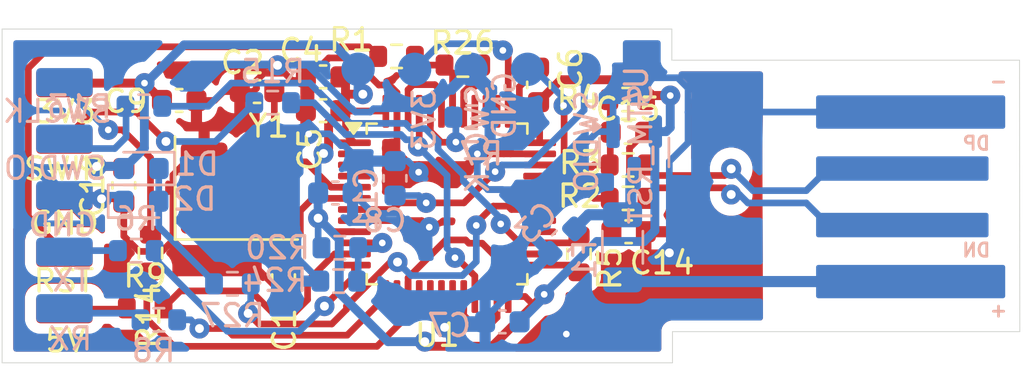
<source format=kicad_pcb>
(kicad_pcb (version 20241229) (generator "pcbnew") (generator_version "9.0")
  (layers (0 "F.Cu" signal "Front") (2 "B.Cu" signal "Back") (13 "F.Paste" user) (15 "B.Paste" user) (5 "F.SilkS" user "F.Silkscreen") (7 "B.SilkS" user "B.Silkscreen") (1 "F.Mask" user) (3 "B.Mask" user) (25 "Edge.Cuts" user))
  (net 0 "")
  (net 1 "/OSC_OUT")
  (net 2 "Earth")
  (net 3 "/OSC_IN?")
  (net 4 "+5V")
  (net 5 "+3V3")
  (net 6 "/STM_RST")
  (net 7 "/USB_N")
  (net 8 "/USB_P")
  (net 9 "Net-(D1-K)")
  (net 10 "/STLINK_RX")
  (net 11 "Net-(J2-Pin_2)")
  (net 12 "/STLINK_TX")
  (net 13 "Net-(J2-Pin_4)")
  (net 14 "Net-(J2-Pin_3)")
  (net 15 "/SWDIO")
  (net 16 "/SWCLK")
  (net 17 "/T_NRST")
  (net 18 "/T_SWDIO_IN")
  (net 19 "/T_JTMS")
  (net 20 "Net-(U1-BOOT0)")
  (net 21 "/T_JTCK")
  (net 22 "/T_SWIM")
  (net 23 "/AIN1")
  (net 24 "Net-(U1-PB5)")
  (net 25 "/LED_STLINK")
  (net 29 "Net-(U1-PB7)")
  (net 32 "/T_JTDI")
  (net 33 "/T_JTDO")
  (net 35 "/T_JRST")
  (net 38 "/T_SWO")
  (net 40 "/PB11")
  (net 42 "Net-(J1-Pin_1)")
  (net 43 "/D+")
  (net 44 "/D-")
  (net 45 "Net-(J2-Pin_10)")
  (net 46 "Net-(J2-Pin_8)")
  (net 47 "Net-(J2-Pin_7)")
  (net 48 "/Pin_navic")
  (net 49 "Net-(J2-Pin_9)")
  (footprint "Resistor_SMD:R_0603_1608Metric" (layer "F.Cu") (at 52.549239 32.799239 180)
    (property "Reference" "R4")
    (property "Value" "1K8")
  )
  (footprint "Capacitor_SMD:C_0603_1608Metric" (layer "F.Cu") (at 29.9 36.655 -90)
    (property "Reference" "C10")
    (property "Value" "100nF/6v")
  )
  (footprint "Capacitor_SMD:C_0603_1608Metric" (layer "F.Cu") (at 38.859239 31.779239 180)
    (property "Reference" "C4")
    (property "Value" "100nF/6v")
  )
  (footprint "Resistor_SMD:R_0603_1608Metric" (layer "F.Cu") (at 45.14 31.25)
    (property "Reference" "R26")
    (property "Value" "220R")
  )
  (footprint "Capacitor_SMD:C_0603_1608Metric" (layer "F.Cu") (at 32.39 32.84)
    (property "Reference" "C9")
    (property "Value" "4.7uF/6v")
  )
  (footprint "Capacitor_SMD:C_0603_1608Metric" (layer "F.Cu") (at 52.59 38.74)
    (property "Reference" "C14")
    (property "Value" "47pF/6v")
  )
  (footprint "Resistor_SMD:R_0603_1608Metric" (layer "F.Cu") (at 30.86 42.16)
    (property "Reference" "R9")
    (property "Value" "100R")
  )
  (footprint "Connector_IDC:Untitled" (layer "F.Cu") (at 30.73 36.56)
    (property "Reference" "J2" (hide yes))
    (property "Value" "Conn_02x05_Odd_Even" (hide yes))
  )
  (footprint "Resistor_SMD:R_0603_1608Metric" (layer "F.Cu") (at 31.1 39.7 90)
    (property "Reference" "R14")
    (property "Value" "100R")
  )
  (footprint "Capacitor_SMD:C_0603_1608Metric" (layer "F.Cu") (at 37.08 40.8 90)
    (property "Reference" "C1")
    (property "Value" "20pF/6v")
  )
  (footprint "Resistor_SMD:R_0603_1608Metric" (layer "F.Cu") (at 42.159239 30.859239)
    (property "Reference" "R1")
    (property "Value" "100R")
  )
  (footprint "Capacitor_SMD:C_0603_1608Metric" (layer "F.Cu") (at 35.89 32.44)
    (property "Reference" "C2")
    (property "Value" "20pF/6v")
  )
  (footprint "Resistor_SMD:R_0603_1608Metric" (layer "F.Cu") (at 50.36 39.74 -90)
    (property "Reference" "R5")
    (property "Value" "100R")
  )
  (footprint "Capacitor_SMD:C_0603_1608Metric" (layer "F.Cu") (at 38.859239 33.299239 180)
    (property "Reference" "C5")
    (property "Value" "100nF/6v")
  )
  (footprint "Resistor_SMD:R_0603_1608Metric" (layer "F.Cu") (at 52.565 37.24 180)
    (property "Reference" "R2")
    (property "Value" "22R")
  )
  (footprint "Crystal:Crystal_SMD_3225-4Pin_3.2x2.5mm_HandSoldering" (layer "F.Cu") (at 34.96 36.78)
    (property "Reference" "Y1")
    (property "Value" "Crystal_GND24")
  )
  (footprint "Capacitor_SMD:C_0603_1608Metric" (layer "F.Cu") (at 48.54 32.14 90)
    (property "Reference" "C6")
    (property "Value" "100nF/6v")
  )
  (footprint "Package_QFP:LQFP-48_7x7mm_P0.5mm" (layer "F.Cu") (at 44.4275 37.49)
    (property "Reference" "U1")
    (property "Value" "STM32F103CBTx")
  )
  (footprint "Capacitor_SMD:C_0603_1608Metric" (layer "F.Cu") (at 52.559239 34.269239)
    (property "Reference" "C15")
    (property "Value" "47pF/6v")
  )
  (footprint "Resistor_SMD:R_0603_1608Metric" (layer "F.Cu") (at 52.565 35.74 180)
    (property "Reference" "R3")
    (property "Value" "22R")
  )
  (footprint "Resistor_SMD:R_1206_3216Metric" (layer "B.Cu") (at 52.319239 39.44 90)
    (property "Reference" "F1")
    (property "Value" "500mA")
  )
  (footprint "LED_SMD:LED_0603_1608Metric" (layer "B.Cu") (at 30.69 35.9 180)
    (property "Reference" "D1")
    (property "Value" "LED")
  )
  (footprint "Connector_IDC:Untitled_3" (layer "B.Cu") (at 45.43 33.94 -90)
    (property "Reference" "J3" (hide yes))
    (property "Value" "Conn_01x05" (hide yes))
  )
  (footprint "Resistor_SMD:R_0603_1608Metric" (layer "B.Cu") (at 30.46 39.59 180)
    (property "Reference" "R6")
    (property "Value" "100R")
  )
  (footprint "Resistor_SMD:R_0603_1608Metric" (layer "B.Cu") (at 45.54 33.59)
    (property "Reference" "R7")
    (property "Value" "0")
  )
  (footprint "Resistor_SMD:R_0603_1608Metric" (layer "B.Cu") (at 34.78 41.08)
    (property "Reference" "R27")
    (property "Value" "1K")
  )
  (footprint "Connector_USB:USB_A_PCB_traces_small" (layer "B.Cu") (at 70.115 37.17 180)
    (property "Reference" "J1" (hide yes))
    (property "Value" "Conn_01x04_Pin" (hide yes))
  )
  (footprint "Capacitor_SMD:C_0603_1608Metric" (layer "B.Cu") (at 46.914239 42.789239 180)
    (property "Reference" "C7")
    (property "Value" "100nF/6v")
  )
  (footprint "Capacitor_SMD:C_0603_1608Metric" (layer "B.Cu") (at 42.09 36.34 -90)
    (property "Reference" "C11")
    (property "Value" "100nF/6v")
  )
  (footprint "Resistor_SMD:R_0603_1608Metric" (layer "B.Cu") (at 39.559239 40.959239)
    (property "Reference" "R24")
    (property "Value" "10k")
  )
  (footprint "Capacitor_SMD:C_0603_1608Metric" (layer "B.Cu") (at 49.609239 39.159239 -135)
    (property "Reference" "C3")
    (property "Value" "100nF/6v")
  )
  (footprint "Resistor_SMD:R_0603_1608Metric" (layer "B.Cu") (at 39.609239 39.459239)
    (property "Reference" "R20")
    (property "Value" "10k")
  )
  (footprint "Capacitor_SMD:C_0603_1608Metric" (layer "B.Cu") (at 39.409239 36.999239)
    (property "Reference" "C8")
    (property "Value" "100nF/6v")
  )
  (footprint "Resistor_SMD:R_0603_1608Metric" (layer "B.Cu") (at 31.475 42.7 180)
    (property "Reference" "R8")
    (property "Value" "100R")
  )
  (footprint "Resistor_SMD:R_0603_1608Metric" (layer "B.Cu") (at 36.59 32.94)
    (property "Reference" "R15")
    (property "Value" "100R")
  )
  (footprint "LED_SMD:LED_0603_1608Metric" (layer "B.Cu") (at 30.6825 37.37)
    (property "Reference" "D2")
    (property "Value" "LED")
  )
  (footprint "Package_TO_SOT_SMD:SOT-23" (layer "B.Cu") (at 52.84 35.1775 -90)
    (property "Reference" "U4")
    (property "Value" "MCP1700x-330xxTT")
  )
  (footprint "Resistor_SMD:R_0603_1608Metric" (layer "B.Cu") (at 30.8 33.1 180)
    (property "Reference" "R13")
    (property "Value" "100R")
  )
  (gr_line (start 54.560761 44.630761) (end 24.430761 44.630761) (stroke (width 0.0381)) (layer "Edge.Cuts"))
  (gr_line (start 54.530761 29.630761) (end 24.430761 29.630761) (stroke (width 0.0381)) (layer "Edge.Cuts"))
  (gr_line (start 70.160761 31.030761) (end 70.170761 43.230761) (stroke (width 0.0381)) (layer "Edge.Cuts"))
  (gr_line (start 70.170761 43.230761) (end 54.560761 43.230761) (stroke (width 0.0381)) (layer "Edge.Cuts"))
  (gr_line (start 24.430761 44.630761) (end 24.430761 29.630761) (stroke (width 0.0381)) (layer "Edge.Cuts"))
  (gr_line (start 70.160761 31.030761) (end 54.530761 31.030761) (stroke (width 0.0381)) (layer "Edge.Cuts"))
  (gr_line (start 54.530761 31.030761) (end 54.530761 29.630761) (stroke (width 0.0381)) (layer "Edge.Cuts"))
  (gr_line (start 54.560761 44.630761) (end 54.560761 43.230761) (stroke (width 0.0381)) (layer "Edge.Cuts"))
  (gr_text "SWIM" (at 25.32 36.5 0) (layer "F.SilkS") (effects (font (size 1 1) (thickness 0.14)) (justify left bottom)))
  (gr_text "5V" (at 26.280761 44.230761 0) (layer "F.SilkS") (effects (font (size 1 1) (thickness 0.14)) (justify left bottom)))
  (gr_text "3V3" (at 25.8 33.93 0) (layer "F.SilkS") (effects (font (size 1 1) (thickness 0.14)) (justify left bottom)))
  (gr_text "RST" (at 25.76 41.53 0) (layer "F.SilkS") (effects (font (size 1 1) (thickness 0.14)) (justify left bottom)))
  (gr_text "GND" (at 25.64 38.94 0) (layer "F.SilkS") (effects (font (size 1 1) (thickness 0.14)) (justify left bottom)))
  (gr_text "TX" (at 28.5 41.5 0) (layer "B.SilkS") (effects (font (size 1 1) (thickness 0.14)) (justify left bottom mirror)))
  (gr_text "GND" (at 47.59 31.45 90) (layer "B.SilkS") (effects (font (size 1 1) (thickness 0.14)) (justify left bottom mirror)))
  (gr_text "SWCLK" (at 46.380761 32.030761 90) (layer "B.SilkS") (effects (font (size 1 1) (thickness 0.14)) (justify left bottom mirror)))
  (gr_text "RX" (at 28.57 44.14 0) (layer "B.SilkS") (effects (font (size 1 1) (thickness 0.14)) (justify left bottom mirror)))
  (gr_text "STM_RST" (at 53.72 31.980761 90) (layer "B.SilkS") (effects (font (size 1 1) (thickness 0.14)) (justify left bottom mirror)))
  (gr_text "SWDIO" (at 29.22 36.47 0) (layer "B.SilkS") (effects (font (size 1 1) (thickness 0.14)) (justify left bottom mirror)))
  (gr_text "SWCLK" (at 29.46 33.91 0) (layer "B.SilkS") (effects (font (size 1 1) (thickness 0.14)) (justify left bottom mirror)))
  (gr_text "SWDIO" (at 51.280761 32.280761 90) (layer "B.SilkS") (effects (font (size 1 1) (thickness 0.14)) (justify left bottom mirror)))
  (gr_text "3V3" (at 43.980761 32.230761 90) (layer "B.SilkS") (effects (font (size 1 1) (thickness 0.14)) (justify left bottom mirror)))
  (gr_text "GND" (at 28.75 39.02 0) (layer "B.SilkS") (effects (font (size 1 1) (thickness 0.14)) (justify left bottom mirror)))
  (segment (start 37.46587 39.181) (end 37.833239 38.813631) (width 0.3) (layer "F.Cu") (net 1))
  (segment (start 37.02 40.155) (end 37.02 39.181) (width 0.3) (layer "F.Cu") (net 1))
  (segment (start 33.51 37.93) (end 34.761 39.181) (width 0.3) (layer "F.Cu") (net 1))
  (segment (start 38.392237 37.24) (end 40.265 37.24) (width 0.3) (layer "F.Cu") (net 1))
  (segment (start 34.761 39.181) (end 37.02 39.181) (width 0.3) (layer "F.Cu") (net 1))
  (segment (start 37.833239 38.813631) (end 37.833239 37.798998) (width 0.3) (layer "F.Cu") (net 1))
  (segment (start 37.02 39.181) (end 37.46587 39.181) (width 0.3) (layer "F.Cu") (net 1))
  (segment (start 37.833239 37.798998) (end 38.392237 37.24) (width 0.3) (layer "F.Cu") (net 1))
  (segment (start 45.309239 35.719239) (end 45.788478 35.24) (width 0.3) (layer "F.Cu") (net 2))
  (segment (start 37.08 41.575) (end 35.187 39.682) (width 0.3) (layer "F.Cu") (net 2))
  (segment (start 47.279239 34.708727) (end 47.6785 34.309466) (width 0.3) (layer "F.Cu") (net 2))
  (segment (start 33.98 32.84) (end 34.38 32.44) (width 0.3) (layer "F.Cu") (net 2))
  (segment (start 36.809239 31.259239) (end 36.809239 31.564) (width 0.3) (layer "F.Cu") (net 2))
  (segment (start 27.35 37.26) (end 27.23 37.14) (width 0.3) (layer "F.Cu") (net 2))
  (segment (start 42.769239 35.719239) (end 43.169239 35.719239) (width 0.3) (layer "F.Cu") (net 2))
  (segment (start 42.1775 32.485466) (end 42.1775 33.3275) (width 0.3) (layer "F.Cu") (net 2))
  (segment (start 54.419239 39.689239) (end 53.440761 39.689239) (width 0.3) (layer "F.Cu") (net 2))
  (segment (start 45.788478 35.24) (end 45.79 35.24) (width 0.3) (layer "F.Cu") (net 2))
  (segment (start 36.195178 31.614) (end 35.864 31.945178) (width 0.3) (layer "F.Cu") (net 2))
  (segment (start 36.759239 31.614) (end 36.195178 31.614) (width 0.3) (layer "F.Cu") (net 2))
  (segment (start 41.837014 32.14498) (end 42.1775 32.485466) (width 0.3) (layer "F.Cu") (net 2))
  (segment (start 33.51687 35.63) (end 33.51 35.63) (width 0.3) (layer "F.Cu") (net 2))
  (segment (start 41.360206 32.14498) (end 41.837014 32.14498) (width 0.3) (layer "F.Cu") (net 2))
  (segment (start 32.67 35.63) (end 33.51 35.63) (width 0.3) (layer "F.Cu") (net 2))
  (segment (start 46.6775 41.6525) (end 46.6775 42.590978) (width 0.3) (layer "F.Cu") (net 2))
  (segment (start 44.320392 43.037177) (end 44.33833 43.019239) (width 0.3) (layer "F.Cu") (net 2))
  (segment (start 33.51 34.10148) (end 33.165 33.75648) (width 0.3) (layer "F.Cu") (net 2))
  (segment (start 53.440761 39.689239) (end 53.365 39.765) (width 0.3) (layer "F.Cu") (net 2))
  (segment (start 29.59 37.26) (end 27.35 37.26) (width 0.3) (layer "F.Cu") (net 2))
  (segment (start 35.187 39.682) (end 32.665226 39.682) (width 0.3) (layer "F.Cu") (net 2))
  (segment (start 36.809239 31.564) (end 36.759239 31.614) (width 0.3) (layer "F.Cu") (net 2))
  (segment (start 42.1775 35.1275) (end 42.769239 35.719239) (width 0.3) (layer "F.Cu") (net 2))
  (segment (start 35.81687 37.93) (end 33.51687 35.63) (width 0.3) (layer "F.Cu") (net 2))
  (segment (start 40.144465 30.929239) (end 41.360206 32.14498) (width 0.3) (layer "F.Cu") (net 2))
  (segment (start 43.583239 38.533239) (end 43.29 38.24) (width 0.3) (layer "F.Cu") (net 2))
  (segment (start 43.150639 35.737839) (end 43.169239 35.719239) (width 0.3) (layer "F.Cu") (net 2))
  (segment (start 38.084239 31.959239) (end 39.114239 30.929239) (width 0.3) (layer "F.Cu") (net 2))
  (segment (start 38.315 33.44) (end 38.315 31.94) (width 0.3) (layer "F.Cu") (net 2))
  (segment (start 46.98 35.24) (end 48.59 35.24) (width 0.3) (layer "F.Cu") (net 2))
  (segment (start 38.209239 34.349239) (end 38.209239 33.545761) (width 0.3) (layer "F.Cu") (net 2))
  (segment (start 35.718478 32.44) (end 35.115 32.44) (width 0.3) (layer "F.Cu") (net 2))
  (segment (start 29.9 38.934774) (end 30.591226 39.626) (width 0.3) (layer "F.Cu") (net 2))
  (segment (start 52.629 38.004) (end 53.365 38.74) (width 0.3) (layer "F.Cu") (net 2))
  (segment (start 32.665226 39.682) (end 32.109 39.125774) (width 0.3) (layer "F.Cu") (net 2))
  (segment (start 53.09 40.04) (end 50.915 42.215) (width 0.3) (layer "F.Cu") (net 2))
  (segment (start 47.6785 32.2265) (end 48.54 31.365) (width 0.3) (layer "F.Cu") (net 2))
  (segment (start 36.41 37.93) (end 35.81687 37.93) (width 0.3) (layer "F.Cu") (net 2))
  (segment (start 42.1775 33.3275) (end 42.1775 35.1275) (width 0.3) (layer "F.Cu") (net 2))
  (segment (start 38.209239 33.545761) (end 38.315 33.44) (width 0.3) (layer "F.Cu") (net 2))
  (segment (start 43.150639 36.063383) (end 43.150639 35.737839) (width 0.3) (layer "F.Cu") (net 2))
  (segment (start 50.915 42.215) (end 49.79 43.34) (width 0.3) (layer "F.Cu") (net 2))
  (segment (start 29.9 37.43) (end 29.9 38.934774) (width 0.3) (layer "F.Cu") (net 2))
  (segment (start 34.38 32.44) (end 35.115 32.44) (width 0.3) (layer "F.Cu") (net 2))
  (segment (start 43.169239 35.719239) (end 45.309239 35.719239) (width 0.3) (layer "F.Cu") (net 2))
  (segment (start 30.591226 39.626) (end 31.608774 39.626) (width 0.3) (layer "F.Cu") (net 2))
  (segment (start 53.365 39.765) (end 53.365 38.74) (width 0.3) (layer "F.Cu") (net 2))
  (segment (start 28.9 37.26) (end 27.35 37.26) (width 0.3) (layer "F.Cu") (net 2))
  (segment (start 32.109 36.191) (end 32.67 35.63) (width 0.3) (layer "F.Cu") (net 2))
  (segment (start 32.109 39.125774) (end 32.109 36.191) (width 0.3) (layer "F.Cu") (net 2))
  (segment (start 37.460822 31.94) (end 37.134822 31.614) (width 0.3) (layer "F.Cu") (net 2))
  (segment (start 39.114239 30.929239) (end 40.144465 30.929239) (width 0.3) (layer "F.Cu") (net 2))
  (segment (start 53.334239 34.269239) (end 52.629 34.974478) (width 0.3) (layer "F.Cu") (net 2))
  (segment (start 52.629 34.974478) (end 52.629 38.004) (width 0.3) (layer "F.Cu") (net 2))
  (segment (start 33.51 35.63) (end 33.51 34.10148) (width 0.3) (layer "F.Cu") (net 2))
  (segment (start 33.165 32.84) (end 33.98 32.84) (width 0.3) (layer "F.Cu") (net 2))
  (segment (start 31.608774 39.626) (end 32.109 39.125774) (width 0.3) (layer "F.Cu") (net 2))
  (segment (start 33.165 32.84) (end 33.165 33.75648) (width 0.3) (layer "F.Cu") (net 2))
  (segment (start 45.702205 43.019239) (end 45.1775 42.494534) (width 0.3) (layer "F.Cu") (net 2))
  (segment (start 45.79 35.24) (end 46.98 35.24) (width 0.3) (layer "F.Cu") (net 2))
  (segment (start 53.09 40.04) (end 53.365 39.765) (width 0.3) (layer "F.Cu") (net 2))
  (segment (start 35.864 32.294478) (end 35.718478 32.44) (width 0.3) (layer "F.Cu") (net 2))
  (segment (start 43.29 38.24) (end 40.265 38.24) (width 0.3) (layer "F.Cu") (net 2))
  (segment (start 47.279239 35.24) (end 47.279239 34.708727) (width 0.3) (layer "F.Cu") (net 2))
  (segment (start 43.62924 38.533239) (end 43.583239 38.533239) (width 0.3) (layer "F.Cu") (net 2))
  (segment (start 45.1775 42.494534) (end 45.1775 41.6525) (width 0.3) (layer "F.Cu") (net 2))
  (segment (start 37.134822 31.614) (end 36.759239 31.614) (width 0.3) (layer "F.Cu") (net 2))
  (segment (start 46.249239 43.019239) (end 45.702205 43.019239) (width 0.3) (layer "F.Cu") (net 2))
  (segment (start 46.6775 42.590978) (end 46.249239 43.019239) (width 0.3) (layer "F.Cu") (net 2))
  (segment (start 47.6785 34.309466) (end 47.6785 32.2265) (width 0.3) (layer "F.Cu") (net 2))
  (segment (start 38.315 31.94) (end 37.460822 31.94) (width 0.3) (layer "F.Cu") (net 2))
  (segment (start 44.33833 43.019239) (end 45.702205 43.019239) (width 0.3) (layer "F.Cu") (net 2))
  (segment (start 35.864 31.945178) (end 35.864 32.294478) (width 0.3) (layer "F.Cu") (net 2))
  (via (at 44.320392 43.037177) (size 0.9) (drill 0.4) (layers "F.Cu" "B.Cu") (net 2))
  (via (at 43.150639 36.063383) (size 0.9) (drill 0.3) (layers "F.Cu" "B.Cu") (net 2))
  (via (at 45.79 35.24) (size 0.9) (drill 0.3) (layers "F.Cu" "B.Cu") (net 2))
  (via (at 49.79 43.34) (size 0.9) (drill 0.3) (layers "F.Cu" "B.Cu") (net 2))
  (via (at 36.809239 31.259239) (size 0.9) (drill 0.4) (layers "F.Cu" "B.Cu") (net 2))
  (via (at 28.9 37.26) (size 0.9) (drill 0.4) (layers "F.Cu" "B.Cu") (net 2))
  (via (at 38.209239 34.349239) (size 0.9) (drill 0.3) (layers "F.Cu" "B.Cu") (net 2))
  (via (at 54.419239 39.689239) (size 0.9) (drill 0.4) (layers "F.Cu" "B.Cu") (net 2))
  (via (at 43.62924 38.533239) (size 0.9) (drill 0.3) (layers "F.Cu" "B.Cu") (net 2))
  (segment (start 51.19 34.24) (end 48.580761 36.849239) (width 0.3) (layer "B.Cu") (net 2))
  (segment (start 45.51 31.44) (end 45.51 31.81) (width 0.3) (layer "B.Cu") (net 2))
  (segment (start 42.665 35.565) (end 42.09 35.565) (width 0.3) (layer "B.Cu") (net 2))
  (segment (start 51.89 34.24) (end 51.89 32.928478) (width 0.3) (layer "B.Cu") (net 2))
  (segment (start 51.89 32.928478) (end 52.999478 31.819) (width 0.3) (layer "B.Cu") (net 2))
  (segment (start 52.999478 31.819) (end 54.791786 31.819) (width 0.3) (layer "B.Cu") (net 2))
  (segment (start 41.101 37.916) (end 40.184239 36.999239) (width 0.3) (layer "B.Cu") (net 2))
  (segment (start 46.415 32.715) (end 46.415 34.637052) (width 0.3) (layer "B.Cu") (net 2))
  (segment (start 65.265 33.36) (end 55.270239 33.36) (width 0.3) (layer "B.Cu") (net 2))
  (segment (start 54.791786 31.819) (end 55.261 32.288214) (width 0.3) (layer "B.Cu") (net 2))
  (segment (start 40.974881 33.360239) (end 40.311309 33.360239) (width 0.3) (layer "B.Cu") (net 2))
  (segment (start 27.66 37.26) (end 27.5 37.1) (width 0.3) (layer "B.Cu") (net 2))
  (segment (start 41.125881 33.209239) (end 40.974881 33.360239) (width 0.3) (layer "B.Cu") (net 2))
  (segment (start 43.150639 36.050639) (end 42.665 35.565) (width 0.3) (layer "B.Cu") (net 2))
  (segment (start 43.62924 38.533239) (end 42.833239 38.533239) (width 0.3) (layer "B.Cu") (net 2))
  (segment (start 45.789 35.263052) (end 45.789 36.371786) (width 0.3) (layer "B.Cu") (net 2))
  (segment (start 37.678239 39.903239) (end 38.734239 40.959239) (width 0.3) (layer "B.Cu") (net 2))
  (segment (start 37.663415 35.105063) (end 37.663415 38.524415) (width 0.3) (layer "B.Cu") (net 2))
  (segment (start 38.209239 34.349239) (end 38.209239 34.559239) (width 0.3) (layer "B.Cu") (net 2))
  (segment (start 39.130719 34.339239) (end 39.66272 34.871239) (width 0.3) (layer "B.Cu") (net 2))
  (segment (start 54.418239 35.581214) (end 55.261 34.738453) (width 0.3) (layer "B.Cu") (net 2))
  (segment (start 39.821239 34.871239) (end 40.311082 35.361082) (width 0.3) (layer "B.Cu") (net 2))
  (segment (start 45.51 31.81) (end 46.415 32.715) (width 0.3) (layer "B.Cu") (net 2))
  (segment (start 46.266453 36.849239) (end 46.258214 36.841) (width 0.3) (layer "B.Cu") (net 2))
  (segment (start 45.839478 43.089) (end 46.139239 42.789239) (width 0.3) (layer "B.Cu") (net 2))
  (segment (start 55.261 32.288214) (end 55.261 33.369239) (width 0.3) (layer "B.Cu") (net 2))
  (segment (start 38.209239 34.559239) (end 37.663415 35.105063) (width 0.3) (layer "B.Cu") (net 2))
  (segment (start 46.139239 42.629239) (end 46.139239 42.789239) (width 0.3) (layer "B.Cu") (net 2))
  (segment (start 42.833239 38.533239) (end 42.216 37.916) (width 0.3) (layer "B.Cu") (net 2))
  (segment (start 38.17628 31.259239) (end 36.809239 31.259239) (width 0.3) (layer "B.Cu") (net 2))
  (segment (start 29.625 37.1) (end 29.895 37.37) (width 0.3) (layer "B.Cu") (net 2))
  (segment (start 44.320392 43.037177) (end 44.372215 43.089) (width 0.3) (layer "B.Cu") (net 2))
  (segment (start 40.12628 33.209239) (end 38.17628 31.259239) (width 0.3) (layer "B.Cu") (net 2))
  (segment (start 40.311309 33.360239) (end 40.160309 33.209239) (width 0.3) (layer "B.Cu") (net 2))
  (segment (start 55.261 34.738453) (end 55.261 33.369239) (width 0.3) (layer "B.Cu") (net 2))
  (segment (start 55.270239 33.36) (end 55.261 33.369239) (width 0.3) (layer "B.Cu") (net 2))
  (segment (start 54.418239 39.278239) (end 54.418239 35.581214) (width 0.3) (layer "B.Cu") (net 2))
  (segment (start 46.921786 36.841) (end 46.258214 36.841) (width 0.3) (layer "B.Cu") (net 2))
  (segment (start 39.66272 34.871239) (end 39.821239 34.871239) (width 0.3) (layer "B.Cu") (net 2))
  (segment (start 54.419239 39.689239) (end 54.419239 39.279239) (width 0.3) (layer "B.Cu") (net 2))
  (segment (start 27.23 37.1) (end 29.625 37.1) (width 0.3) (layer "B.Cu") (net 2))
  (segment (start 44.372215 43.089) (end 45.839478 43.089) (width 0.3) (layer "B.Cu") (net 2))
  (segment (start 45.789 36.371786) (end 46.258214 36.841) (width 0.3) (layer "B.Cu") (net 2))
  (segment (start 43.150639 36.063383) (end 43.150639 36.050639) (width 0.3) (layer "B.Cu") (net 2))
  (segment (start 49.061231 39.707247) (end 46.139239 42.629239) (width 0.3) (layer "B.Cu") (net 2))
  (segment (start 40.160309 33.209239) (end 40.12628 33.209239) (width 0.3) (layer "B.Cu") (net 2))
  (segment (start 48.580761 36.849239) (end 46.266453 36.849239) (width 0.3) (layer "B.Cu") (net 2))
  (segment (start 38.219239 34.339239) (end 39.130719 34.339239) (width 0.3) (layer "B.Cu") (net 2))
  (segment (start 38.209239 34.349239) (end 38.219239 34.339239) (width 0.3) (layer "B.Cu") (net 2))
  (segment (start 37.678239 38.539239) (end 37.678239 39.903239) (width 0.3) (layer "B.Cu") (net 2))
  (segment (start 43.740761 33.209239) (end 41.125881 33.209239) (width 0.3) (layer "B.Cu") (net 2))
  (segment (start 45.51 31.44) (end 43.740761 33.209239) (width 0.3) (layer "B.Cu") (net 2))
  (segment (start 51.89 34.24) (end 51.19 34.24) (width 0.3) (layer "B.Cu") (net 2))
  (segment (start 37.663415 38.524415) (end 37.678239 38.539239) (width 0.3) (layer "B.Cu") (net 2))
  (segment (start 40.311082 35.361082) (end 40.311082 35.565) (width 0.3) (layer "B.Cu") (net 2))
  (segment (start 42.216 37.916) (end 41.101 37.916) (width 0.3) (layer "B.Cu") (net 2))
  (segment (start 28.9 37.26) (end 27.66 37.26) (width 0.3) (layer "B.Cu") (net 2))
  (segment (start 46.415 34.637052) (end 45.789 35.263052) (width 0.3) (layer "B.Cu") (net 2))
  (segment (start 27.5 37.1) (end 27.23 37.1) (width 0.3) (layer "B.Cu") (net 2))
  (segment (start 40.311082 35.565) (end 42.09 35.565) (width 0.3) (layer "B.Cu") (net 2))
  (segment (start 54.419239 39.279239) (end 54.418239 39.278239) (width 0.3) (layer "B.Cu") (net 2))
  (segment (start 36.72 35.6) (end 36.665 35.545) (width 0.3) (layer "F.Cu") (net 3))
  (segment (start 39.22 36.74) (end 38.08 35.6) (width 0.3) (layer "F.Cu") (net 3))
  (segment (start 38.08 35.6) (end 36.72 35.6) (width 0.3) (layer "F.Cu") (net 3))
  (segment (start 36.665 35.545) (end 36.665 32.44) (width 0.3) (layer "F.Cu") (net 3))
  (segment (start 40.265 36.74) (end 39.22 36.74) (width 0.3) (layer "F.Cu") (net 3))
  (segment (start 52.69 36.265) (end 52.84 36.115) (width 0.5) (layer "B.Cu") (net 4))
  (segment (start 52.69 37.9775) (end 52.69 36.265) (width 0.5) (layer "B.Cu") (net 4))
  (segment (start 50.790978 37.9775) (end 50.157247 38.611231) (width 0.5) (layer "B.Cu") (net 4))
  (segment (start 52.319239 37.9775) (end 50.790978 37.9775) (width 0.5) (layer "B.Cu") (net 4))
  (segment (start 48.794239 41.554239) (end 48.794239 41.569761) (width 0.4) (layer "F.Cu") (net 5))
  (segment (start 31.379239 32.609239) (end 31.384239 32.609239) (width 0.4) (layer "F.Cu") (net 5))
  (segment (start 43.428315 43.680761) (end 43.635731 43.888177) (width 0.4) (layer "F.Cu") (net 5))
  (segment (start 39.865 33.44) (end 39.865 34.34) (width 0.3) (layer "F.Cu") (net 5))
  (segment (start 54.46 32.62) (end 53.195 32.62) (width 0.4) (layer "F.Cu") (net 5))
  (segment (start 28.681038 35.802019) (end 29.822019 35.802019) (width 0.4) (layer "F.Cu") (net 5))
  (segment (start 53.553478 32.62) (end 53.374239 32.799239) (width 0.4) (layer "F.Cu") (net 5))
  (segment (start 40.265 38.74) (end 39.243455 38.74) (width 0.3) (layer "F.Cu") (net 5))
  (segment (start 39.243455 38.74) (end 38.634239 38.130784) (width 0.3) (layer "F.Cu") (net 5))
  (segment (start 52.484239 31.909239) (end 49.545761 31.909239) (width 0.4) (layer "F.Cu") (net 5))
  (segment (start 48.59 32.965) (end 48.54 32.915) (width 0.3) (layer "F.Cu") (net 5))
  (segment (start 39.89 33.315) (end 41.665 33.315) (width 0.3) (layer "F.Cu") (net 5))
  (segment (start 39.865 33.29) (end 39.89 33.315) (width 0.3) (layer "F.Cu") (net 5))
  (segment (start 31.384239 32.609239) (end 31.615 32.84) (width 0.4) (layer "F.Cu") (net 5))
  (segment (start 49.545761 31.909239) (end 48.54 32.915) (width 0.4) (layer "F.Cu") (net 5))
  (segment (start 43.635731 43.888177) (end 46.460301 43.888177) (width 0.4) (layer "F.Cu") (net 5))
  (segment (start 39.104239 33.829239) (end 39.104239 34.996242) (width 0.4) (layer "F.Cu") (net 5))
  (segment (start 40.643095 32.559239) (end 39.865 32.559239) (width 0.4) (layer "F.Cu") (net 5))
  (segment (start 46.460301 43.888177) (end 48.794239 41.554239) (width 0.4) (layer "F.Cu") (net 5))
  (segment (start 54.46 32.62) (end 53.553478 32.62) (width 0.4) (layer "F.Cu") (net 5))
  (segment (start 47.1775 41.6525) (end 47.9375 41.6525) (width 0.3) (layer "F.Cu") (net 5))
  (segment (start 39.865 34.34) (end 40.265 34.74) (width 0.3) (layer "F.Cu") (net 5))
  (segment (start 30.83 32.06) (end 31.379239 32.609239) (width 0.4) (layer "F.Cu") (net 5))
  (segment (start 47.9375 41.6525) (end 48.274239 41.989239) (width 0.3) (layer "F.Cu") (net 5))
  (segment (start 48.59 34.74) (end 48.59 32.965) (width 0.3) (layer "F.Cu") (net 5))
  (segment (start 30.83 32.06) (end 27.23 32.06) (width 0.4) (layer "F.Cu") (net 5))
  (segment (start 41.665 33.315) (end 41.6775 33.3275) (width 0.3) (layer "F.Cu") (net 5))
  (segment (start 39.39 38.74) (end 39.384239 38.734239) (width 0.3) (layer "F.Cu") (net 5))
  (segment (start 39.104239 34.996242) (end 38.8775 35.222981) (width 0.4) (layer "F.Cu") (net 5))
  (segment (start 40.265 38.74) (end 39.39 38.74) (width 0.3) (layer "F.Cu") (net 5))
  (segment (start 29.822019 35.802019) (end 29.9 35.88) (width 0.4) (layer "F.Cu") (net 5))
  (segment (start 39.104239 33.829239) (end 39.634239 33.299239) (width 0.4) (layer "F.Cu") (net 5))
  (segment (start 39.865 31.94) (end 39.865 32.559239) (width 0.4) (layer "F.Cu") (net 5))
  (segment (start 53.195 32.62) (end 52.484239 31.909239) (width 0.4) (layer "F.Cu") (net 5))
  (segment (start 39.865 32.559239) (end 39.865 33.29) (width 0.4) (layer "F.Cu") (net 5))
  (via (at 40.643095 32.559239) (size 0.9) (drill 0.4) (layers "F.Cu" "B.Cu") (net 5))
  (via (at 28.681038 35.802019) (size 0.9) (drill 0.4) (layers "F.Cu" "B.Cu") (net 5))
  (via (at 38.8775 35.222981) (size 0.9) (drill 0.4) (layers "F.Cu" "B.Cu") (net 5))
  (via (at 43.428315 43.680761) (size 0.9) (drill 0.4) (layers "F.Cu" "B.Cu") (net 5))
  (via (at 54.46 32.62) (size 0.9) (drill 0.3) (layers "F.Cu" "B.Cu") (net 5))
  (via (at 30.83 32.06) (size 0.9) (drill 0.3) (layers "F.Cu" "B.Cu") (net 5))
  (via (at 48.794239 41.554239) (size 0.9) (drill 0.3) (layers "F.Cu" "B.Cu") (net 5))
  (via (at 38.634239 38.130784) (size 0.9) (drill 0.4) (layers "F.Cu" "B.Cu") (net 5))
  (segment (start 53.769239 38.692631) (end 53.769239 34.812761) (width 0.4) (layer "B.Cu") (net 5))
  (segment (start 51.159239 39.179239) (end 53.282631 39.179239) (width 0.4) (layer "B.Cu") (net 5))
  (segment (start 40.43 32.346144) (end 40.643095 32.559239) (width 0.4) (layer "B.Cu") (net 5))
  (segment (start 43.428315 43.680761) (end 43.072282 43.680761) (width 0.4) (layer "B.Cu") (net 5))
  (segment (start 38.772355 36.861123) (end 38.634239 36.999239) (width 0.4) (layer "B.Cu") (net 5))
  (segment (start 53.79 34.24) (end 54.278478 34.24) (width 0.4) (layer "B.Cu") (net 5))
  (segment (start 39.331 30.341) (end 40.43 31.44) (width 0.4) (layer "B.Cu") (net 5))
  (segment (start 54.278478 34.24) (end 54.46 34.058478) (width 0.4) (layer "B.Cu") (net 5))
  (segment (start 38.634239 38.130784) (end 38.634239 39.309239) (width 0.3) (layer "B.Cu") (net 5))
  (segment (start 38.634239 35.466242) (end 38.634239 36.999239) (width 0.3) (layer "B.Cu") (net 5))
  (segment (start 38.634239 38.130784) (end 38.634239 36.999239) (width 0.4) (layer "B.Cu") (net 5))
  (segment (start 48.794239 41.554239) (end 48.794239 41.544239) (width 0.4) (layer "B.Cu") (net 5))
  (segment (start 48.794239 41.554239) (end 48.794239 41.684239) (width 0.4) (layer "B.Cu") (net 5))
  (segment (start 38.634239 39.309239) (end 38.784239 39.459239) (width 0.3) (layer "B.Cu") (net 5))
  (segment (start 28.681038 35.802019) (end 29.804519 35.802019) (width 0.4) (layer "B.Cu") (net 5))
  (segment (start 30.888478 32.06) (end 32.607478 30.341) (width 0.4) (layer "B.Cu") (net 5))
  (segment (start 39.583239 39.079784) (end 38.634239 38.130784) (width 0.4) (layer "B.Cu") (net 5))
  (segment (start 43.072282 43.680761) (end 43.072281 43.680762) (width 0.4) (layer "B.Cu") (net 5))
  (segment (start 38.859239 36.774239) (end 38.634239 36.999239) (width 0.3) (layer "B.Cu") (net 5))
  (segment (start 48.794239 41.684239) (end 47.689239 42.789239) (width 0.4) (layer "B.Cu") (net 5))
  (segment (start 48.794239 41.544239) (end 51.159239 39.179239) (width 0.4) (layer "B.Cu") (net 5))
  (segment (start 30.83 32.06) (end 30.888478 32.06) (width 0.4) (layer "B.Cu") (net 5))
  (segment (start 53.282631 39.179239) (end 53.769239 38.692631) (width 0.4) (layer "B.Cu") (net 5))
  (segment (start 30.824 32.066) (end 30.824 34.9785) (width 0.4) (layer "B.Cu") (net 5))
  (segment (start 54.46 34.058478) (end 54.46 32.62) (width 0.4) (layer "B.Cu") (net 5))
  (segment (start 29.804519 35.802019) (end 29.9025 35.9) (width 0.4) (layer "B.Cu") (net 5))
  (segment (start 43.072281 43.680762) (end 41.775278 43.680762) (width 0.4) (layer "B.Cu") (net 5))
  (segment (start 30.824 34.9785) (end 29.9025 35.9) (width 0.4) (layer "B.Cu") (net 5))
  (segment (start 30.83 32.06) (end 30.824 32.066) (width 0.4) (layer "B.Cu") (net 5))
  (segment (start 41.775278 43.680762) (end 39.583239 41.488723) (width 0.4) (layer "B.Cu") (net 5))
  (segment (start 39.583239 41.488723) (end 39.583239 39.079784) (width 0.4) (layer "B.Cu") (net 5))
  (segment (start 40.43 31.44) (end 40.43 32.346144) (width 0.4) (layer "B.Cu") (net 5))
  (segment (start 32.607478 30.341) (end 39.331 30.341) (width 0.4) (layer "B.Cu") (net 5))
  (segment (start 38.8775 35.222981) (end 38.634239 35.466242) (width 0.3) (layer "B.Cu") (net 5))
  (segment (start 42.287915 37.442085) (end 41.99 37.74) (width 0.3) (layer "F.Cu") (net 6))
  (segment (start 41.99 37.74) (end 40.265 37.74) (width 0.3) (layer "F.Cu") (net 6))
  (segment (start 43.49 37.442085) (end 42.287915 37.442085) (width 0.3) (layer "F.Cu") (net 6))
  (segment (start 45.187915 37.442085) (end 43.49 37.442085) (width 0.3) (layer "F.Cu") (net 6))
  (segment (start 46.59 36.04) (end 45.187915 37.442085) (width 0.3) (layer "F.Cu") (net 6))
  (via (at 46.59 36.04) (size 0.9) (drill 0.3) (layers "F.Cu" "B.Cu") (net 6))
  (via (at 43.49 37.442085) (size 0.9) (drill 0.3) (layers "F.Cu" "B.Cu") (net 6))
  (segment (start 43.49 37.442085) (end 43.162915 37.115) (width 0.3) (layer "B.Cu") (net 6))
  (segment (start 50.589239 33.273547) (end 50.589239 31.440761) (width 0.3) (layer "B.Cu") (net 6))
  (segment (start 46.59 36.04) (end 46.89 35.74) (width 0.3) (layer "B.Cu") (net 6))
  (segment (start 48.122786 35.74) (end 50.589239 33.273547) (width 0.3) (layer "B.Cu") (net 6))
  (segment (start 43.162915 37.115) (end 42.09 37.115) (width 0.3) (layer "B.Cu") (net 6))
  (segment (start 50.589239 31.440761) (end 50.59 31.44) (width 0.3) (layer "B.Cu") (net 6))
  (segment (start 46.89 35.74) (end 48.122786 35.74) (width 0.3) (layer "B.Cu") (net 6))
  (segment (start 50.627499 36.84) (end 51.027499 37.24) (width 0.3) (layer "F.Cu") (net 7))
  (segment (start 48.59 36.74) (end 49.696251 36.74) (width 0.3) (layer "F.Cu") (net 7))
  (segment (start 51.027499 37.24) (end 51.74 37.24) (width 0.3) (layer "F.Cu") (net 7))
  (segment (start 51.815 38.74) (end 51.815 37.315) (width 0.3) (layer "F.Cu") (net 7))
  (segment (start 49.796251 36.84) (end 50.627499 36.84) (width 0.3) (layer "F.Cu") (net 7))
  (segment (start 51.815 37.315) (end 51.74 37.24) (width 0.3) (layer "F.Cu") (net 7))
  (segment (start 49.696251 36.74) (end 49.796251 36.84) (width 0.3) (layer "F.Cu") (net 7))
  (segment (start 51.765 32.73) (end 51.765 35.715) (width 0.3) (layer "F.Cu") (net 8))
  (segment (start 51.765 35.715) (end 51.74 35.74) (width 0.3) (layer "F.Cu") (net 8))
  (segment (start 49.929885 36.006366) (end 50.096251 35.84) (width 0.3) (layer "F.Cu") (net 8))
  (segment (start 49.696251 36.24) (end 49.929885 36.006366) (width 0.3) (layer "F.Cu") (net 8))
  (segment (start 50.096251 35.84) (end 50.728758 35.84) (width 0.3) (layer "F.Cu") (net 8))
  (segment (start 50.728758 35.84) (end 50.927499 35.84) (width 0.3) (layer "F.Cu") (net 8))
  (segment (start 51.027499 35.74) (end 51.74 35.74) (width 0.3) (layer "F.Cu") (net 8))
  (segment (start 48.59 36.24) (end 49.696251 36.24) (width 0.3) (layer "F.Cu") (net 8))
  (segment (start 50.927499 35.84) (end 51.027499 35.74) (width 0.3) (layer "F.Cu") (net 8))
  (segment (start 31.47 37.37) (end 31.47 35.9075) (width 0.3) (layer "B.Cu") (net 9))
  (segment (start 31.47 35.9075) (end 31.4775 35.9) (width 0.3) (layer "B.Cu") (net 9))
  (segment (start 31.47 38.515226) (end 33.955 41.000226) (width 0.3) (layer "B.Cu") (net 9))
  (segment (start 33.955 41.000226) (end 33.955 41.08) (width 0.3) (layer "B.Cu") (net 9))
  (segment (start 31.47 37.37) (end 31.47 38.515226) (width 0.3) (layer "B.Cu") (net 9))
  (segment (start 39.94 43.39) (end 41.6775 41.6525) (width 0.3) (layer "F.Cu") (net 10))
  (segment (start 34.491 43.091) (end 34.79 43.39) (width 0.3) (layer "F.Cu") (net 10))
  (segment (start 33.3 43.091) (end 34.491 43.091) (width 0.3) (layer "F.Cu") (net 10))
  (segment (start 34.79 43.39) (end 39.94 43.39) (width 0.3) (layer "F.Cu") (net 10))
  (via (at 33.3 43.091) (size 0.9) (drill 0.4) (layers "F.Cu" "B.Cu") (net 10))
  (segment (start 32.909 42.7) (end 33.3 43.091) (width 0.3) (layer "B.Cu") (net 10))
  (segment (start 32.3 42.7) (end 32.909 42.7) (width 0.3) (layer "B.Cu") (net 10))
  (segment (start 29.840686 34.160686) (end 31.1 35.42) (width 0.3) (layer "F.Cu") (net 11))
  (segment (start 29.2 34.160686) (end 29.840686 34.160686) (width 0.3) (layer "F.Cu") (net 11))
  (segment (start 31.1 35.42) (end 31.1 38.875) (width 0.3) (layer "F.Cu") (net 11))
  (via (at 29.2 34.160686) (size 0.9) (drill 0.3) (layers "F.Cu" "B.Cu") (net 11))
  (segment (start 27.23 32.23) (end 27.23 32.02) (width 0.3) (layer "B.Cu") (net 11))
  (segment (start 29.2 34.160686) (end 29.160686 34.160686) (width 0.3) (layer "B.Cu") (net 11))
  (segment (start 29.160686 34.160686) (end 27.23 32.23) (width 0.3) (layer "B.Cu") (net 11))
  (segment (start 40.265 40.736635) (end 38.917396 42.084239) (width 0.3) (layer "F.Cu") (net 12))
  (segment (start 40.265 40.24) (end 40.265 40.736635) (width 0.3) (layer "F.Cu") (net 12))
  (via (at 38.917396 42.084239) (size 0.9) (drill 0.4) (layers "F.Cu" "B.Cu") (net 12))
  (segment (start 38.917396 42.084239) (end 37.789538 43.212097) (width 0.3) (layer "B.Cu") (net 12))
  (segment (start 31.285 39.943214) (end 31.285 39.59) (width 0.3) (layer "B.Cu") (net 12))
  (segment (start 37.789538 43.212097) (end 34.553883 43.212097) (width 0.3) (layer "B.Cu") (net 12))
  (segment (start 34.553883 43.212097) (end 31.285 39.943214) (width 0.3) (layer "B.Cu") (net 12))
  (segment (start 27.671019 35.001019) (end 27.23 34.56) (width 0.3) (layer "B.Cu") (net 13))
  (segment (start 30.001 34.492472) (end 29.492453 35.001019) (width 0.3) (layer "B.Cu") (net 13))
  (segment (start 29.492453 35.001019) (end 27.671019 35.001019) (width 0.3) (layer "B.Cu") (net 13))
  (segment (start 29.975 33.1) (end 30.001 33.126) (width 0.3) (layer "B.Cu") (net 13))
  (segment (start 30.001 33.126) (end 30.001 34.492472) (width 0.3) (layer "B.Cu") (net 13))
  (segment (start 28.470314 33.359686) (end 27.23 34.6) (width 0.3) (layer "F.Cu") (net 14))
  (segment (start 31.794816 34.684239) (end 30.470263 33.359686) (width 0.3) (layer "F.Cu") (net 14))
  (segment (start 30.470263 33.359686) (end 28.470314 33.359686) (width 0.3) (layer "F.Cu") (net 14))
  (via (at 31.794816 34.684239) (size 0.9) (drill 0.4) (layers "F.Cu" "B.Cu") (net 14))
  (segment (start 35.765 32.94) (end 34.020761 34.684239) (width 0.3) (layer "B.Cu") (net 14))
  (segment (start 34.020761 34.684239) (end 31.794816 34.684239) (width 0.3) (layer "B.Cu") (net 14))
  (segment (start 49.432034 35.74) (end 48.59 35.74) (width 0.3) (layer "F.Cu") (net 15))
  (segment (start 49.664999 33.066416) (end 49.69 33.091417) (width 0.3) (layer "F.Cu") (net 15))
  (segment (start 49.69 33.091417) (end 49.69 35.482034) (width 0.3) (layer "F.Cu") (net 15))
  (segment (start 49.69 35.482034) (end 49.432034 35.74) (width 0.3) (layer "F.Cu") (net 15))
  (via (at 49.664999 33.066416) (size 0.9) (drill 0.3) (layers "F.Cu" "B.Cu") (net 15))
  (segment (start 47.829 31.89605) (end 47.829 30.98395) (width 0.3) (layer "B.Cu") (net 15))
  (segment (start 49.664999 32.734999) (end 48.37 31.44) (width 0.3) (layer "B.Cu") (net 15))
  (segment (start 49.664999 33.066416) (end 49.664999 32.734999) (width 0.3) (layer "B.Cu") (net 15))
  (segment (start 48.37 31.44) (end 48.05 31.44) (width 0.3) (layer "B.Cu") (net 15))
  (segment (start 46.937569 30.59) (end 47.1775 30.829931) (width 0.3) (layer "F.Cu") (net 16))
  (segment (start 47.1775 30.829931) (end 47.1775 33.3275) (width 0.3) (layer "F.Cu") (net 16))
  (via (at 46.937569 30.59) (size 0.9) (drill 0.3) (layers "F.Cu" "B.Cu") (net 16))
  (segment (start 44.119 30.291) (end 42.97 31.44) (width 0.3) (layer "B.Cu") (net 16))
  (segment (start 46.937569 30.59) (end 46.638569 30.291) (width 0.3) (layer "B.Cu") (net 16))
  (segment (start 46.638569 30.291) (end 44.119 30.291) (width 0.3) (layer "B.Cu") (net 16))
  (segment (start 44.315 31.25) (end 43.105 31.25) (width 0.3) (layer "F.Cu") (net 17))
  (segment (start 44.6775 31.6125) (end 44.315 31.25) (width 0.3) (layer "F.Cu") (net 17))
  (segment (start 44.6775 33.3275) (end 44.6775 31.6125) (width 0.3) (layer "F.Cu") (net 17))
  (segment (start 43.105 31.25) (end 42.965 31.11) (width 0.3) (layer "F.Cu") (net 17))
  (segment (start 50.065 40.24) (end 50.39 40.565) (width 0.3) (layer "F.Cu") (net 18))
  (segment (start 48.59 40.24) (end 50.065 40.24) (width 0.3) (layer "F.Cu") (net 18))
  (segment (start 50.39 40.565) (end 50.39 40.365) (width 0.3) (layer "F.Cu") (net 18))
  (segment (start 47.69 39.24) (end 48.59 39.24) (width 0.3) (layer "F.Cu") (net 19))
  (segment (start 50.065 39.24) (end 50.39 38.915) (width 0.3) (layer "F.Cu") (net 19))
  (segment (start 48.59 39.24) (end 50.065 39.24) (width 0.3) (layer "F.Cu") (net 19))
  (segment (start 46.84 38.39) (end 47.69 39.24) (width 0.3) (layer "F.Cu") (net 19))
  (via (at 46.84 38.39) (size 0.9) (drill 0.3) (layers "F.Cu" "B.Cu") (net 19))
  (segment (start 44.024161 35.043499) (end 44.024161 34.674161) (width 0.3) (layer "B.Cu") (net 19))
  (segment (start 43.925314 34.575314) (end 43.925314 34.5739) (width 0.3) (layer "B.Cu") (net 19))
  (segment (start 43.4561 34.104686) (end 42.792528 34.104686) (width 0.3) (layer "B.Cu") (net 19))
  (segment (start 42.792528 34.104686) (end 42.557081 33.869239) (width 0.3) (layer "B.Cu") (net 19))
  (segment (start 44.024161 34.674161) (end 43.925314 34.575314) (width 0.3) (layer "B.Cu") (net 19))
  (segment (start 34.734239 32.059239) (end 33.693478 33.1) (width 0.3) (layer "B.Cu") (net 19))
  (segment (start 45.16 36.46) (end 45.16 36.179338) (width 0.3) (layer "B.Cu") (net 19))
  (segment (start 38.639 32.439) (end 38.259239 32.059239) (width 0.3) (layer "B.Cu") (net 19))
  (segment (start 46.84 38.14) (end 45.16 36.46) (width 0.3) (layer "B.Cu") (net 19))
  (segment (start 42.557081 33.869239) (end 40.07776 33.869239) (width 0.3) (layer "B.Cu") (net 19))
  (segment (start 38.647521 32.439) (end 38.639 32.439) (width 0.3) (layer "B.Cu") (net 19))
  (segment (start 38.259239 32.059239) (end 34.734239 32.059239) (width 0.3) (layer "B.Cu") (net 19))
  (segment (start 43.925314 34.5739) (end 43.4561 34.104686) (width 0.3) (layer "B.Cu") (net 19))
  (segment (start 46.84 38.39) (end 46.84 38.14) (width 0.3) (layer "B.Cu") (net 19))
  (segment (start 33.693478 33.1) (end 31.625 33.1) (width 0.3) (layer "B.Cu") (net 19))
  (segment (start 45.16 36.179338) (end 44.024161 35.043499) (width 0.3) (layer "B.Cu") (net 19))
  (segment (start 40.07776 33.869239) (end 38.647521 32.439) (width 0.3) (layer "B.Cu") (net 19))
  (segment (start 44.817635 34.719239) (end 44.825161 34.711713) (width 0.3) (layer "F.Cu") (net 20))
  (segment (start 43.6775 34.2275) (end 44.169239 34.719239) (width 0.3) (layer "F.Cu") (net 20))
  (segment (start 44.169239 34.719239) (end 44.817635 34.719239) (width 0.3) (layer "F.Cu") (net 20))
  (segment (start 43.6775 33.3275) (end 43.6775 34.2275) (width 0.3) (layer "F.Cu") (net 20))
  (via (at 44.825161 34.711713) (size 0.9) (drill 0.3) (layers "F.Cu" "B.Cu") (net 20))
  (segment (start 44.825161 34.711713) (end 44.825161 33.400161) (width 0.3) (layer "B.Cu") (net 20))
  (segment (start 44.825161 33.400161) (end 44.665 33.24) (width 0.3) (layer "B.Cu") (net 20))
  (segment (start 32.156226 43.891) (end 30.934 42.668774) (width 0.3) (layer "F.Cu") (net 21))
  (segment (start 42.6775 41.6525) (end 42.6775 42.494534) (width 0.3) (layer "F.Cu") (net 21))
  (segment (start 45.410206 39.257207) (end 45.262238 39.109239) (width 0.3) (layer "F.Cu") (net 21))
  (segment (start 41.281034 43.891) (end 32.156226 43.891) (width 0.3) (layer "F.Cu") (net 21))
  (segment (start 44.378727 39.109239) (end 42.6775 40.810466) (width 0.3) (layer "F.Cu") (net 21))
  (segment (start 42.6775 42.494534) (end 41.281034 43.891) (width 0.3) (layer "F.Cu") (net 21))
  (segment (start 48.59 39.74) (end 46.49 39.74) (width 0.3) (layer "F.Cu") (net 21))
  (segment (start 45.262238 39.109239) (end 44.378727 39.109239) (width 0.3) (layer "F.Cu") (net 21))
  (segment (start 46.49 39.74) (end 46.007207 39.257207) (width 0.3) (layer "F.Cu") (net 21))
  (segment (start 30.934 42.668774) (end 30.934 40.691) (width 0.3) (layer "F.Cu") (net 21))
  (segment (start 46.007207 39.257207) (end 45.410206 39.257207) (width 0.3) (layer "F.Cu") (net 21))
  (segment (start 30.934 40.691) (end 31.1 40.525) (width 0.3) (layer "F.Cu") (net 21))
  (segment (start 42.6775 40.810466) (end 42.6775 41.6525) (width 0.3) (layer "F.Cu") (net 21))
  (segment (start 43.1775 34.8525) (end 43.1775 33.3275) (width 0.3) (layer "F.Cu") (net 22))
  (segment (start 43.124314 34.905686) (end 43.1775 34.8525) (width 0.3) (layer "F.Cu") (net 22))
  (segment (start 44.784669 39.909239) (end 44.859239 39.909239) (width 0.3) (layer "F.Cu") (net 22))
  (segment (start 44.859239 39.909239) (end 45.6775 40.7275) (width 0.3) (layer "F.Cu") (net 22))
  (segment (start 45.6775 40.7275) (end 45.6775 41.6525) (width 0.3) (layer "F.Cu") (net 22))
  (via (at 43.124314 34.905686) (size 0.9) (drill 0.3) (layers "F.Cu" "B.Cu") (net 22))
  (via (at 44.784669 39.909239) (size 0.9) (drill 0.3) (layers "F.Cu" "B.Cu") (net 22))
  (segment (start 38.44 32.94) (end 37.415 32.94) (width 0.3) (layer "B.Cu") (net 22))
  (segment (start 44.784669 39.834669) (end 44.429239 39.479239) (width 0.3) (layer "B.Cu") (net 22))
  (segment (start 44.429239 39.479239) (end 44.429239 36.210611) (width 0.3) (layer "B.Cu") (net 22))
  (segment (start 39.87024 34.370239) (end 38.44 32.94) (width 0.3) (layer "B.Cu") (net 22))
  (segment (start 44.784669 39.909239) (end 44.784669 39.834669) (width 0.3) (layer "B.Cu") (net 22))
  (segment (start 42.855686 34.605686) (end 42.585008 34.605686) (width 0.3) (layer "B.Cu") (net 22))
  (segment (start 43.124314 34.905686) (end 43.124314 34.874314) (width 0.3) (layer "B.Cu") (net 22))
  (segment (start 42.585008 34.605686) (end 42.34956 34.370239) (width 0.3) (layer "B.Cu") (net 22))
  (segment (start 44.429239 36.210611) (end 43.124314 34.905686) (width 0.3) (layer "B.Cu") (net 22))
  (segment (start 42.34956 34.370239) (end 39.87024 34.370239) (width 0.3) (layer "B.Cu") (net 22))
  (segment (start 43.124314 34.874314) (end 42.855686 34.605686) (width 0.3) (layer "B.Cu") (net 22))
  (segment (start 41.517207 39.242695) (end 41.514512 39.24) (width 0.3) (layer "F.Cu") (net 23))
  (segment (start 41.514512 39.24) (end 40.265 39.24) (width 0.3) (layer "F.Cu") (net 23))
  (via (at 41.517207 39.242695) (size 0.9) (drill 0.3) (layers "F.Cu" "B.Cu") (net 23))
  (segment (start 40.434239 40.909239) (end 40.384239 40.959239) (width 0.3) (layer "B.Cu") (net 23))
  (segment (start 41.257402 39.5025) (end 40.2775 39.5025) (width 0.3) (layer "B.Cu") (net 23))
  (segment (start 41.517207 39.242695) (end 41.257402 39.5025) (width 0.3) (layer "B.Cu") (net 23))
  (segment (start 40.434239 39.459239) (end 40.434239 40.909239) (width 0.3) (layer "B.Cu") (net 23))
  (segment (start 45.1775 33.3275) (end 45.1775 32.4625) (width 0.3) (layer "F.Cu") (net 24))
  (segment (start 45.45 32.19) (end 45.71 32.19) (width 0.3) (layer "F.Cu") (net 24))
  (segment (start 45.1775 32.4625) (end 45.45 32.19) (width 0.3) (layer "F.Cu") (net 24))
  (segment (start 45.965 31.935) (end 45.965 31.25) (width 0.3) (layer "F.Cu") (net 24))
  (segment (start 45.71 32.19) (end 45.965 31.935) (width 0.3) (layer "F.Cu") (net 24))
  (segment (start 39.249182 42.885239) (end 39.909239 42.225182) (width 0.3) (layer "F.Cu") (net 25))
  (segment (start 39.909239 42.225182) (end 39.909239 42.078727) (width 0.3) (layer "F.Cu") (net 25))
  (segment (start 39.909239 42.078727) (end 41.884821 40.103145) (width 0.3) (layer "F.Cu") (net 25))
  (segment (start 47.322786 37.74) (end 48.59 37.74) (width 0.3) (layer "F.Cu") (net 25))
  (segment (start 41.884821 40.103145) (end 42.202504 40.103145) (width 0.3) (layer "F.Cu") (net 25))
  (segment (start 46.508214 37.589) (end 47.171786 37.589) (width 0.3) (layer "F.Cu") (net 25))
  (segment (start 35.963045 42.885239) (end 39.249182 42.885239) (width 0.3) (layer "F.Cu") (net 25))
  (segment (start 35.488903 42.411097) (end 35.963045 42.885239) (width 0.3) (layer "F.Cu") (net 25))
  (segment (start 47.171786 37.589) (end 47.322786 37.74) (width 0.3) (layer "F.Cu") (net 25))
  (segment (start 45.741992 38.456207) (end 45.741992 38.355222) (width 0.3) (layer "F.Cu") (net 25))
  (segment (start 45.741992 38.355222) (end 46.508214 37.589) (width 0.3) (layer "F.Cu") (net 25))
  (via (at 42.202504 40.103145) (size 0.9) (drill 0.4) (layers "F.Cu" "B.Cu") (net 25))
  (via (at 35.488903 42.411097) (size 0.9) (drill 0.4) (layers "F.Cu" "B.Cu") (net 25))
  (via (at 45.741992 38.456207) (size 0.9) (drill 0.3) (layers "F.Cu" "B.Cu") (net 25))
  (segment (start 45.116455 40.710239) (end 42.809598 40.710239) (width 0.3) (layer "B.Cu") (net 25))
  (segment (start 35.488903 42.411097) (end 35.488903 42.011097) (width 0.3) (layer "B.Cu") (net 25))
  (segment (start 45.741992 38.456207) (end 45.741992 40.084702) (width 0.3) (layer "B.Cu") (net 25))
  (segment (start 45.741992 40.084702) (end 45.116455 40.710239) (width 0.3) (layer "B.Cu") (net 25))
  (segment (start 42.809598 40.710239) (end 42.202504 40.103145) (width 0.3) (layer "B.Cu") (net 25))
  (segment (start 35.488903 42.011097) (end 35.605 41.895) (width 0.3) (layer "B.Cu") (net 25))
  (segment (start 35.605 41.895) (end 35.605 41.08) (width 0.3) (layer "B.Cu") (net 25))
  (segment (start 42.900761 32.129239) (end 42.6775 32.3525) (width 0.3) (layer "F.Cu") (net 29))
  (segment (start 42.6775 32.3525) (end 42.6775 33.3275) (width 0.3) (layer "F.Cu") (net 29))
  (segment (start 43.879239 32.129239) (end 42.900761 32.129239) (width 0.3) (layer "F.Cu") (net 29))
  (segment (start 44.1775 32.4275) (end 43.879239 32.129239) (width 0.3) (layer "F.Cu") (net 29))
  (segment (start 44.1775 33.3275) (end 44.1775 32.4275) (width 0.3) (layer "F.Cu") (net 29))
  (segment (start 52.776739 40.989239) (end 52.69 40.9025) (width 0.3) (layer "B.Cu") (net 42))
  (segment (start 65.265 40.98) (end 52.396739 40.98) (width 0.5) (layer "B.Cu") (net 42))
  (segment (start 52.396739 40.98) (end 52.319239 40.9025) (width 0.5) (layer "B.Cu") (net 42))
  (segment (start 53.862999 36.212999) (end 56.900001 36.212999) (width 0.3) (layer "F.Cu") (net 43))
  (segment (start 56.900001 36.212999) (end 57.2 35.913) (width 0.3) (layer "F.Cu") (net 43))
  (segment (start 53.39 35.74) (end 53.862999 36.212999) (width 0.3) (layer "F.Cu") (net 43))
  (via (at 57.2 35.913) (size 0.9) (drill 0.4) (layers "F.Cu" "B.Cu") (net 43))
  (segment (start 60.572 36.893) (end 61.565 35.9) (width 0.3) (layer "B.Cu") (net 43))
  (segment (start 58.18 36.893) (end 60.572 36.893) (width 0.3) (layer "B.Cu") (net 43))
  (segment (start 61.565 35.9) (end 64.89 35.9) (width 0.3) (layer "B.Cu") (net 43))
  (segment (start 57.2 35.913) (end 58.18 36.893) (width 0.3) (layer "B.Cu") (net 43))
  (segment (start 53.39 37.24) (end 53.862999 36.767001) (width 0.3) (layer "F.Cu") (net 44))
  (segment (start 56.900001 36.767001) (end 57.2 37.067) (width 0.3) (layer "F.Cu") (net 44))
  (segment (start 53.862999 36.767001) (end 56.900001 36.767001) (width 0.3) (layer "F.Cu") (net 44))
  (via (at 57.2 37.067) (size 0.9) (drill 0.4) (layers "F.Cu" "B.Cu") (net 44))
  (segment (start 57.950525 37.447) (end 60.572 37.447) (width 0.3) (layer "B.Cu") (net 44))
  (segment (start 61.565 38.44) (end 64.89 38.44) (width 0.3) (layer "B.Cu") (net 44))
  (segment (start 57.570525 37.067) (end 57.950525 37.447) (width 0.3) (layer "B.Cu") (net 44))
  (segment (start 57.2 37.067) (end 57.570525 37.067) (width 0.3) (layer "B.Cu") (net 44))
  (segment (start 60.572 37.447) (end 61.565 38.44) (width 0.3) (layer "B.Cu") (net 44))
  (segment (start 27.45 42.4) (end 27.23 42.18) (width 0.3) (layer "B.Cu") (net 45))
  (segment (start 30.65 42.7) (end 30.35 42.4) (width 0.3) (layer "B.Cu") (net 45))
  (segment (start 30.35 42.4) (end 27.45 42.4) (width 0.3) (layer "B.Cu") (net 45))
  (segment (start 29.635 39.59) (end 27.28 39.59) (width 0.3) (layer "B.Cu") (net 46))
  (segment (start 27.28 39.59) (end 27.23 39.64) (width 0.3) (layer "B.Cu") (net 46))
  (segment (start 27.23 39.68) (end 25.609 38.059) (width 0.3) (layer "F.Cu") (net 47))
  (segment (start 26.566685 30.428239) (end 40.903239 30.428239) (width 0.3) (layer "F.Cu") (net 47))
  (segment (start 25.609 38.059) (end 25.609 31.385924) (width 0.3) (layer "F.Cu") (net 47))
  (segment (start 40.903239 30.428239) (end 41.334239 30.859239) (width 0.3) (layer "F.Cu") (net 47))
  (segment (start 25.609 31.385924) (end 26.566685 30.428239) (width 0.3) (layer "F.Cu") (net 47))
  (segment (start 35.609178 41.4) (end 36.585178 42.376) (width 0.3) (layer "F.Cu") (net 48))
  (segment (start 38.159239 40.959239) (end 39.378478 39.74) (width 0.3) (layer "F.Cu") (net 48))
  (segment (start 37.574822 42.376) (end 38.159239 41.791583) (width 0.3) (layer "F.Cu") (net 48))
  (segment (start 36.585178 42.376) (end 37.574822 42.376) (width 0.3) (layer "F.Cu") (net 48))
  (segment (start 32.445 41.4) (end 35.609178 41.4) (width 0.3) (layer "F.Cu") (net 48))
  (segment (start 31.685 42.16) (end 32.445 41.4) (width 0.3) (layer "F.Cu") (net 48))
  (segment (start 39.378478 39.74) (end 40.265 39.74) (width 0.3) (layer "F.Cu") (net 48))
  (segment (start 38.159239 41.791583) (end 38.159239 40.959239) (width 0.3) (layer "F.Cu") (net 48))
  (segment (start 27.23 42.22) (end 29.975 42.22) (width 0.3) (layer "F.Cu") (net 49))
  (segment (start 29.975 42.22) (end 30.035 42.16) (width 0.3) (layer "F.Cu") (net 49))
  (zone (net 0) (net_name "") (layers "F.Cu" "B.Cu") (connect_pads (clearance 0)) (min_thickness 0.25)
    (keepout (tracks allowed) (vias allowed) (pads allowed) (copperpour not_allowed) (footprints allowed))
    (fill (thermal_gap 0.5) (thermal_bridge_width 0.5))
    (polygon (pts (xy 29.047333 36.429369) (xy 31.007333 36.429369) (xy 31.038094 39.239369) (xy 29.057333 39.279369)))
  )
  (zone (net 0) (net_name "") (layers "F.Cu" "B.Cu") (connect_pads (clearance 0)) (min_thickness 0.25)
    (keepout (tracks allowed) (vias allowed) (pads allowed) (copperpour not_allowed) (footprints allowed))
    (fill (thermal_gap 0.5) (thermal_bridge_width 0.5))
    (polygon (pts (xy 50.8 33) (xy 55.4 33) (xy 55.4 36.2) (xy 50.8 36.1)))
  )
  (zone (net 2) (net_name "Earth") (layers "F.Cu" "B.Cu") (connect_pads (clearance 0.508)) (min_thickness 0.25) (fill yes (thermal_gap 0.5) (thermal_bridge_width 0.5))
    (polygon (pts (xy 46.730761 29.630761) (xy 46.680761 32.430761) (xy 50.670761 32.430761) (xy 50.670761 31.160761) (xy 52.330761 31.130761) (xy 52.330761 29.630761) (xy 54.530761 29.630761) (xy 54.530761 31.040761) (xy 58.630761 31.030761) (xy 58.630761 32.730761) (xy 58.6 35.03) (xy 58.630761 43.230761) (xy 54.530761 43.230761) (xy 54.530761 44.630761) (xy 32.05 44.630761) (xy 29.85 44.65) (xy 24.430761 44.630761) (xy 24.430761 29.630761)))
  )
)
</source>
